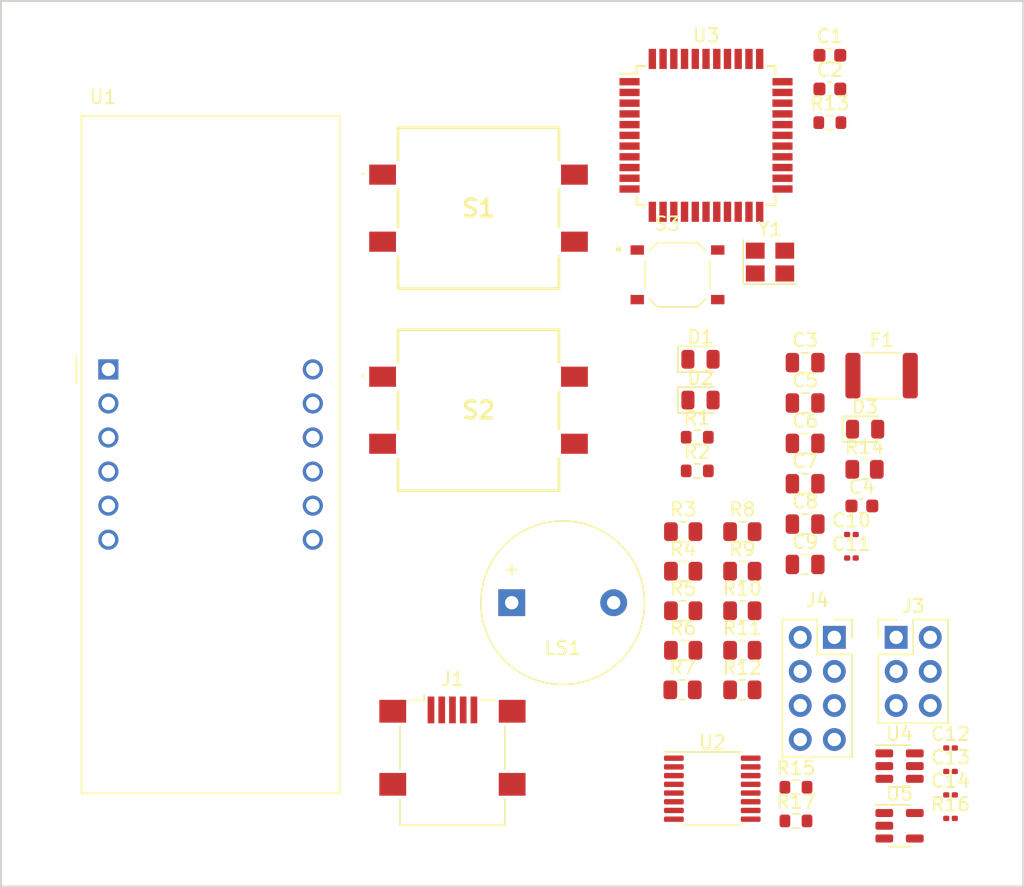
<source format=kicad_pcb>
(kicad_pcb (version 20221018) (generator pcbnew)
  (layers (0 "F.Cu" signal) (31 "B.Cu" signal) (34 "B.Paste" user) (35 "F.Paste" user) (36 "B.SilkS" user "B.Silkscreen") (37 "F.SilkS" user "F.Silkscreen") (38 "B.Mask" user) (39 "F.Mask" user) (44 "Edge.Cuts" user))
  (net 0 "")
  (net 1 "GND")
  (net 2 "Net-(D1-A)")
  (net 3 "Net-(D2-A)")
  (net 4 "+5V")
  (net 5 "Buzzer")
  (net 6 "Button_1")
  (net 7 "Button_2")
  (net 8 "RED_LED")
  (net 9 "GREEN_LED")
  (net 10 "a")
  (net 11 "Net-(U1-a)")
  (net 12 "b")
  (net 13 "Net-(U1-b)")
  (net 14 "c")
  (net 15 "Net-(U1-c)")
  (net 16 "d")
  (net 17 "Net-(U1-d)")
  (net 18 "e")
  (net 19 "Net-(U1-e)")
  (net 20 "f")
  (net 21 "Net-(U1-f)")
  (net 22 "g")
  (net 23 "Net-(U1-g)")
  (net 24 "dp")
  (net 25 "Net-(U1-DPX)")
  (net 30 "Dig4")
  (net 31 "Dig3")
  (net 32 "Dig2")
  (net 33 "Dig1")
  (net 35 "SH_CP")
  (net 36 "ST_CP")
  (net 37 "DS")
  (net 38 "XTAL2")
  (net 39 "XTAL1")
  (net 40 "RST")
  (net 41 "UCAP")
  (net 42 "AREF")
  (net 43 "Net-(U5-BP)")
  (net 44 "+3.3V")
  (net 47 "Net-(J1-D-)")
  (net 48 "Net-(J1-D+)")
  (net 49 "MISO")
  (net 50 "SCK")
  (net 51 "MOSI")
  (net 52 "TX")
  (net 54 "Net-(J4-Pin_5)")
  (net 56 "RX")
  (net 57 "USB_CONN_D+")
  (net 58 "USB_D-")
  (net 59 "USB_D+")
  (net 66 "Net-(D3-A)")
  (net 67 "Net-(J1-VBUS)")
  (footprint "Resistor_SMD:R_0603_1608Metric" (layer "F.Cu") (at 104.975 104.33)
    (fp_text reference "R17" (at 0 -1.43) (layer "F.SilkS"))
    (fp_text value "10k")
    (fp_line (start -0.237258 -0.5225) (end 0.237258 -0.5225) (stroke (width 0.12)) (layer "F.SilkS"))
    (fp_line (start -0.237258 0.5225) (end 0.237258 0.5225) (stroke (width 0.12)) (layer "F.SilkS"))
    (pad "1" smd roundrect (at -0.825 0) (size 0.8 0.95) (layers "F.Cu" "F.Paste" "F.Mask") (net 44 "+3.3V"))
    (pad "2" smd roundrect (at 0.825 0) (size 0.8 0.95) (layers "F.Cu" "F.Paste" "F.Mask") (net 54 "Net-(J4-Pin_5)"))
  )
  (footprint "LED_SMD:LED_0805_2012Metric" (layer "F.Cu") (at 110.1275 75.115)
    (fp_text reference "D3" (at 0 -1.65) (layer "F.SilkS"))
    (fp_text value "LED")
    (fp_line (start -1.685 -0.96) (end -1.685 0.96) (stroke (width 0.12)) (layer "F.SilkS"))
    (fp_line (start -1.685 0.96) (end 1 0.96) (stroke (width 0.12)) (layer "F.SilkS"))
    (fp_line (start 1 -0.96) (end -1.685 -0.96) (stroke (width 0.12)) (layer "F.SilkS"))
    (pad "1" smd roundrect (at -0.9375 0) (size 0.975 1.4) (layers "F.Cu" "F.Paste" "F.Mask") (net 1 "GND"))
    (pad "2" smd roundrect (at 0.9375 0) (size 0.975 1.4) (layers "F.Cu" "F.Paste" "F.Mask") (net 66 "Net-(D3-A)"))
  )
  (footprint "Capacitor_SMD:C_0805_2012Metric" (layer "F.Cu") (at 105.6575 70.15)
    (fp_text reference "C3" (at 0 -1.68) (layer "F.SilkS"))
    (fp_text value "0.1uF")
    (fp_line (start -0.261252 -0.735) (end 0.261252 -0.735) (stroke (width 0.12)) (layer "F.SilkS"))
    (fp_line (start -0.261252 0.735) (end 0.261252 0.735) (stroke (width 0.12)) (layer "F.SilkS"))
    (pad "1" smd roundrect (at -0.95 0) (size 1 1.45) (layers "F.Cu" "F.Paste" "F.Mask") (net 4 "+5V"))
    (pad "2" smd roundrect (at 0.95 0) (size 1 1.45) (layers "F.Cu" "F.Paste" "F.Mask") (net 1 "GND"))
  )
  (footprint "LED_SMD:LED_0805_2012Metric" (layer "F.Cu") (at 97.8575 72.94)
    (fp_text reference "D2" (at 0 -1.65) (layer "F.SilkS"))
    (fp_text value "LED")
    (fp_line (start -1.685 -0.96) (end -1.685 0.96) (stroke (width 0.12)) (layer "F.SilkS"))
    (fp_line (start -1.685 0.96) (end 1 0.96) (stroke (width 0.12)) (layer "F.SilkS"))
    (fp_line (start 1 -0.96) (end -1.685 -0.96) (stroke (width 0.12)) (layer "F.SilkS"))
    (pad "1" smd roundrect (at -0.9375 0) (size 0.975 1.4) (layers "F.Cu" "F.Paste" "F.Mask") (net 1 "GND"))
    (pad "2" smd roundrect (at 0.9375 0) (size 0.975 1.4) (layers "F.Cu" "F.Paste" "F.Mask") (net 3 "Net-(D2-A)"))
  )
  (footprint "Capacitor_SMD:C_0805_2012Metric" (layer "F.Cu") (at 105.6575 73.16)
    (fp_text reference "C5" (at 0 -1.68) (layer "F.SilkS"))
    (fp_text value "0.1uF")
    (fp_line (start -0.261252 -0.735) (end 0.261252 -0.735) (stroke (width 0.12)) (layer "F.SilkS"))
    (fp_line (start -0.261252 0.735) (end 0.261252 0.735) (stroke (width 0.12)) (layer "F.SilkS"))
    (pad "1" smd roundrect (at -0.95 0) (size 1 1.45) (layers "F.Cu" "F.Paste" "F.Mask") (net 4 "+5V"))
    (pad "2" smd roundrect (at 0.95 0) (size 1 1.45) (layers "F.Cu" "F.Paste" "F.Mask") (net 1 "GND"))
  )
  (footprint "Resistor_SMD:R_0805_2012Metric" (layer "F.Cu") (at 100.9775 88.655)
    (fp_text reference "R10" (at 0 -1.65) (layer "F.SilkS"))
    (fp_text value "100")
    (fp_line (start -0.227064 -0.735) (end 0.227064 -0.735) (stroke (width 0.12)) (layer "F.SilkS"))
    (fp_line (start -0.227064 0.735) (end 0.227064 0.735) (stroke (width 0.12)) (layer "F.SilkS"))
    (pad "1" smd roundrect (at -0.9125 0) (size 1.025 1.4) (layers "F.Cu" "F.Paste" "F.Mask") (roundrect_rratio 0.243902) (net 20 "f"))
    (pad "2" smd roundrect (at 0.9125 0) (size 1.025 1.4) (layers "F.Cu" "F.Paste" "F.Mask") (roundrect_rratio 0.243902) (net 21 "Net-(U1-f)"))
  )
  (footprint "Resistor_SMD:R_0603_1608Metric" (layer "F.Cu") (at 97.6175 75.715)
    (fp_text reference "R1" (at 0 -1.43) (layer "F.SilkS"))
    (fp_text value "10k")
    (fp_line (start -0.237258 -0.5225) (end 0.237258 -0.5225) (stroke (width 0.12)) (layer "F.SilkS"))
    (fp_line (start -0.237258 0.5225) (end 0.237258 0.5225) (stroke (width 0.12)) (layer "F.SilkS"))
    (pad "1" smd roundrect (at -0.825 0) (size 0.8 0.95) (layers "F.Cu" "F.Paste" "F.Mask") (net 6 "Button_1"))
    (pad "2" smd roundrect (at 0.825 0) (size 0.8 0.95) (layers "F.Cu" "F.Paste" "F.Mask") (net 1 "GND"))
  )
  (footprint "Resistor_SMD:R_0805_2012Metric" (layer "F.Cu") (at 96.5675 91.605)
    (fp_text reference "R6" (at 0 -1.65) (layer "F.SilkS"))
    (fp_text value "100")
    (fp_line (start -0.227064 -0.735) (end 0.227064 -0.735) (stroke (width 0.12)) (layer "F.SilkS"))
    (fp_line (start -0.227064 0.735) (end 0.227064 0.735) (stroke (width 0.12)) (layer "F.SilkS"))
    (pad "1" smd roundrect (at -0.9125 0) (size 1.025 1.4) (layers "F.Cu" "F.Paste" "F.Mask") (roundrect_rratio 0.243902) (net 12 "b"))
    (pad "2" smd roundrect (at 0.9125 0) (size 1.025 1.4) (layers "F.Cu" "F.Paste" "F.Mask") (roundrect_rratio 0.243902) (net 13 "Net-(U1-b)"))
  )
  (footprint "Connector_USB:USB_Mini-B_Lumberg_2486_01_Horizontal" (layer "F.Cu") (at 79.37 98.75)
    (fp_text reference "J1" (at 0 -5) (layer "F.SilkS"))
    (fp_text value "USB_B_Mini")
    (fp_line (start -3.91 1.74) (end -3.91 -1.49) (stroke (width 0.12)) (layer "F.SilkS"))
    (fp_line (start -3.91 5.91) (end -3.91 3.96) (stroke (width 0.12)) (layer "F.SilkS"))
    (fp_line (start -3.19 -3.41) (end -2.11 -3.41) (stroke (width 0.12)) (layer "F.SilkS"))
    (fp_line (start -2.11 -3.41) (end -2.11 -3.84) (stroke (width 0.12)) (layer "F.SilkS"))
    (fp_line (start 2.11 -3.41) (end 3.19 -3.41) (stroke (width 0.12)) (layer "F.SilkS"))
    (fp_line (start 3.91 1.74) (end 3.91 -1.49) (stroke (width 0.12)) (layer "F.SilkS"))
    (fp_line (start 3.91 5.91) (end -3.91 5.91) (stroke (width 0.12)) (layer "F.SilkS"))
    (fp_line (start 3.91 5.91) (end 3.91 3.96) (stroke (width 0.12)) (layer "F.SilkS"))
    (pad "" np_thru_hole circle (at -2.2 0) (size 1 1) (drill 1) (layers "*.Cu" "*.Mask"))
    (pad "" np_thru_hole circle (at 2.2 0) (size 1 1) (drill 1) (layers "*.Cu" "*.Mask"))
    (pad "1" smd rect (at -1.6 -2.7) (size 0.5 2) (layers "F.Cu" "F.Paste" "F.Mask") (net 67 "Net-(J1-VBUS)"))
    (pad "2" smd rect (at -0.8 -2.7) (size 0.5 2) (layers "F.Cu" "F.Paste" "F.Mask") (net 47 "Net-(J1-D-)"))
    (pad "3" smd rect (at 0 -2.7) (size 0.5 2) (layers "F.Cu" "F.Paste" "F.Mask") (net 48 "Net-(J1-D+)"))
    (pad "4" smd rect (at 0.8 -2.7) (size 0.5 2) (layers "F.Cu" "F.Paste" "F.Mask"))
    (pad "5" smd rect (at 1.6 -2.7) (size 0.5 2) (layers "F.Cu" "F.Paste" "F.Mask") (net 1 "GND"))
    (pad "6" smd rect (at -4.45 -2.6) (size 2 1.7) (layers "F.Cu" "F.Paste" "F.Mask"))
    (pad "6" smd rect (at -4.45 2.85) (size 2 1.7) (layers "F.Cu" "F.Paste" "F.Mask"))
    (pad "6" smd rect (at 4.45 -2.6) (size 2 1.7) (layers "F.Cu" "F.Paste" "F.Mask"))
    (pad "6" smd rect (at 4.45 2.85) (size 2 1.7) (layers "F.Cu" "F.Paste" "F.Mask"))
  )
  (footprint "Resistor_SMD:R_0805_2012Metric" (layer "F.Cu") (at 96.5675 82.755)
    (fp_text reference "R3" (at 0 -1.65) (layer "F.SilkS"))
    (fp_text value "330")
    (fp_line (start -0.227064 -0.735) (end 0.227064 -0.735) (stroke (width 0.12)) (layer "F.SilkS"))
    (fp_line (start -0.227064 0.735) (end 0.227064 0.735) (stroke (width 0.12)) (layer "F.SilkS"))
    (pad "1" smd roundrect (at -0.9125 0) (size 1.025 1.4) (layers "F.Cu" "F.Paste" "F.Mask") (roundrect_rratio 0.243902) (net 8 "RED_LED"))
    (pad "2" smd roundrect (at 0.9125 0) (size 1.025 1.4) (layers "F.Cu" "F.Paste" "F.Mask") (roundrect_rratio 0.243902) (net 2 "Net-(D1-A)"))
  )
  (footprint "Resistor_SMD:R_0805_2012Metric" (layer "F.Cu") (at 96.5675 88.655)
    (fp_text reference "R5" (at 0 -1.65) (layer "F.SilkS"))
    (fp_text value "100")
    (fp_line (start -0.227064 -0.735) (end 0.227064 -0.735) (stroke (width 0.12)) (layer "F.SilkS"))
    (fp_line (start -0.227064 0.735) (end 0.227064 0.735) (stroke (width 0.12)) (layer "F.SilkS"))
    (pad "1" smd roundrect (at -0.9125 0) (size 1.025 1.4) (layers "F.Cu" "F.Paste" "F.Mask") (roundrect_rratio 0.243902) (net 10 "a"))
    (pad "2" smd roundrect (at 0.9125 0) (size 1.025 1.4) (layers "F.Cu" "F.Paste" "F.Mask") (roundrect_rratio 0.243902) (net 11 "Net-(U1-a)"))
  )
  (footprint "Resistor_SMD:R_0805_2012Metric" (layer "F.Cu") (at 100.9775 82.755)
    (fp_text reference "R8" (at 0 -1.65) (layer "F.SilkS"))
    (fp_text value "100")
    (fp_line (start -0.227064 -0.735) (end 0.227064 -0.735) (stroke (width 0.12)) (layer "F.SilkS"))
    (fp_line (start -0.227064 0.735) (end 0.227064 0.735) (stroke (width 0.12)) (layer "F.SilkS"))
    (pad "1" smd roundrect (at -0.9125 0) (size 1.025 1.4) (layers "F.Cu" "F.Paste" "F.Mask") (roundrect_rratio 0.243902) (net 16 "d"))
    (pad "2" smd roundrect (at 0.9125 0) (size 1.025 1.4) (layers "F.Cu" "F.Paste" "F.Mask") (roundrect_rratio 0.243902) (net 17 "Net-(U1-d)"))
  )
  (footprint "Capacitor_SMD:C_0805_2012Metric" (layer "F.Cu") (at 105.6575 85.2)
    (fp_text reference "C9" (at 0 -1.68) (layer "F.SilkS"))
    (fp_text value "0.1uF")
    (fp_line (start -0.261252 -0.735) (end 0.261252 -0.735) (stroke (width 0.12)) (layer "F.SilkS"))
    (fp_line (start -0.261252 0.735) (end 0.261252 0.735) (stroke (width 0.12)) (layer "F.SilkS"))
    (pad "1" smd roundrect (at -0.95 0) (size 1 1.45) (layers "F.Cu" "F.Paste" "F.Mask") (net 4 "+5V"))
    (pad "2" smd roundrect (at 0.95 0) (size 1 1.45) (layers "F.Cu" "F.Paste" "F.Mask") (net 1 "GND"))
  )
  (footprint "Resistor_SMD:R_0603_1608Metric" (layer "F.Cu") (at 97.6175 78.225)
    (fp_text reference "R2" (at 0 -1.43) (layer "F.SilkS"))
    (fp_text value "10k")
    (fp_line (start -0.237258 -0.5225) (end 0.237258 -0.5225) (stroke (width 0.12)) (layer "F.SilkS"))
    (fp_line (start -0.237258 0.5225) (end 0.237258 0.5225) (stroke (width 0.12)) (layer "F.SilkS"))
    (pad "1" smd roundrect (at -0.825 0) (size 0.8 0.95) (layers "F.Cu" "F.Paste" "F.Mask") (net 7 "Button_2"))
    (pad "2" smd roundrect (at 0.825 0) (size 0.8 0.95) (layers "F.Cu" "F.Paste" "F.Mask") (net 1 "GND"))
  )
  (footprint "Display_7Segment:CA56-12EWA" (layer "F.Cu") (at 53.7225 70.655)
    (fp_text reference "U1" (at -0.4 -20.31) (layer "F.SilkS"))
    (fp_text value "CA56-12EWA")
    (fp_line (start -2.38 -1) (end -2.38 1) (stroke (width 0.12)) (layer "F.SilkS"))
    (fp_line (start -2 -18.92) (end -2 31.62) (stroke (width 0.12)) (layer "F.SilkS"))
    (fp_line (start -2 -18.92) (end 17.24 -18.92) (stroke (width 0.12)) (layer "F.SilkS"))
    (fp_line (start -2 31.62) (end 17.24 31.62) (stroke (width 0.12)) (layer "F.SilkS"))
    (fp_line (start 17.24 31.62) (end 17.24 -18.92) (stroke (width 0.12)) (layer "F.SilkS"))
    (pad "1" thru_hole rect (at 0 0) (size 1.5 1.5) (drill 1) (layers "*.Cu" "*.Mask") (net 19 "Net-(U1-e)"))
    (pad "2" thru_hole circle (at 0 2.54) (size 1.5 1.5) (drill 1) (layers "*.Cu" "*.Mask") (net 17 "Net-(U1-d)"))
    (pad "3" thru_hole circle (at 0 5.08) (size 1.5 1.5) (drill 1) (layers "*.Cu" "*.Mask") (net 25 "Net-(U1-DPX)"))
    (pad "4" thru_hole circle (at 0 7.62) (size 1.5 1.5) (drill 1) (layers "*.Cu" "*.Mask") (net 15 "Net-(U1-c)"))
    (pad "5" thru_hole circle (at 0 10.16) (size 1.5 1.5) (drill 1) (layers "*.Cu" "*.Mask") (net 23 "Net-(U1-g)"))
    (pad "6" thru_hole circle (at 0 12.7) (size 1.5 1.5) (drill 1) (layers "*.Cu" "*.Mask") (net 30 "Dig4"))
    (pad "7" thru_hole circle (at 15.24 12.7) (size 1.5 1.5) (drill 1) (layers "*.Cu" "*.Mask") (net 13 "Net-(U1-b)"))
    (pad "8" thru_hole circle (at 15.24 10.16) (size 1.5 1.5) (drill 1) (layers "*.Cu" "*.Mask") (net 31 "Dig3"))
    (pad "9" thru_hole circle (at 15.24 7.62) (size 1.5 1.5) (drill 1) (layers "*.Cu" "*.Mask") (net 32 "Dig2"))
    (pad "10" thru_hole circle (at 15.24 5.08) (size 1.5 1.5) (drill 1) (layers "*.Cu" "*.Mask") (net 21 "Net-(U1-f)"))
    (pad "11" thru_hole circle (at 15.24 2.54) (size 1.5 1.5) (drill 1) (layers "*.Cu" "*.Mask") (net 11 "Net-(U1-a)"))
    (pad "12" thru_hole circle (at 15.24 0) (size 1.5 1.5) (drill 1) (layers "*.Cu" "*.Mask") (net 33 "Dig1"))
  )
  (footprint "Package_SO:TSSOP-16_4.4x5mm_P0.65mm" (layer "F.Cu") (at 98.7375 101.925)
    (fp_text reference "U2" (at 0 -3.45) (layer "F.SilkS"))
    (fp_text value "74HC595")
    (fp_line (start 0 -2.735) (end -3.6 -2.735) (stroke (width 0.12)) (layer "F.SilkS"))
    (fp_line (start 0 -2.735) (end 2.2 -2.735) (stroke (width 0.12)) (layer "F.SilkS"))
    (fp_line (start 0 2.735) (end -2.2 2.735) (stroke (width 0.12)) (layer "F.SilkS"))
    (fp_line (start 0 2.735) (end 2.2 2.735) (stroke (width 0.12)) (layer "F.SilkS"))
    (pad "1" smd roundrect (at -2.8625 -2.275) (size 1.475 0.4) (layers "F.Cu" "F.Paste" "F.Mask") (net 12 "b"))
    (pad "2" smd roundrect (at -2.8625 -1.625) (size 1.475 0.4) (layers "F.Cu" "F.Paste" "F.Mask") (net 14 "c"))
    (pad "3" smd roundrect (at -2.8625 -0.975) (size 1.475 0.4) (layers "F.Cu" "F.Paste" "F.Mask") (net 16 "d"))
    (pad "4" smd roundrect (at -2.8625 -0.325) (size 1.475 0.4) (layers "F.Cu" "F.Paste" "F.Mask") (net 18 "e"))
    (pad "5" smd roundrect (at -2.8625 0.325) (size 1.475 0.4) (layers "F.Cu" "F.Paste" "F.Mask") (net 20 "f"))
    (pad "6" smd roundrect (at -2.8625 0.975) (size 1.475 0.4) (layers "F.Cu" "F.Paste" "F.Mask") (net 22 "g"))
    (pad "7" smd roundrect (at -2.8625 1.625) (size 1.475 0.4) (layers "F.Cu" "F.Paste" "F.Mask") (net 24 "dp"))
    (pad "8" smd roundrect (at -2.8625 2.275) (size 1.475 0.4) (layers "F.Cu" "F.Paste" "F.Mask") (net 1 "GND"))
    (pad "9" smd roundrect (at 2.8625 2.275) (size 1.475 0.4) (layers "F.Cu" "F.Paste" "F.Mask"))
    (pad "10" smd roundrect (at 2.8625 1.625) (size 1.475 0.4) (layers "F.Cu" "F.Paste" "F.Mask") (net 4 "+5V"))
    (pad "11" smd roundrect (at 2.8625 0.975) (size 1.475 0.4) (layers "F.Cu" "F.Paste" "F.Mask") (net 35 "SH_CP"))
    (pad "12" smd roundrect (at 2.8625 0.325) (size 1.475 0.4) (layers "F.Cu" "F.Paste" "F.Mask") (net 36 "ST_CP"))
    (pad "13" smd roundrect (at 2.8625 -0.325) (size 1.475 0.4) (layers "F.Cu" "F.Paste" "F.Mask") (net 1 "GND"))
    (pad "14" smd roundrect (at 2.8625 -0.975) (size 1.475 0.4) (layers "F.Cu" "F.Paste" "F.Mask") (net 37 "DS"))
    (pad "15" smd roundrect (at 2.8625 -1.625) (size 1.475 0.4) (layers "F.Cu" "F.Paste" "F.Mask") (net 10 "a"))
    (pad "16" smd roundrect (at 2.8625 -2.275) (size 1.475 0.4) (layers "F.Cu" "F.Paste" "F.Mask") (net 4 "+5V"))
  )
  (footprint "Capacitor_SMD:C_0201_0603Metric" (layer "F.Cu") (at 109.1075 84.72)
    (fp_text reference "C11" (at 0 -1.05) (layer "F.SilkS"))
    (fp_text value "0.1uF")
    (pad "1" smd roundrect (at -0.32 0) (size 0.46 0.4) (layers "F.Cu" "F.Mask") (net 42 "AREF"))
    (pad "2" smd roundrect (at 0.32 0) (size 0.46 0.4) (layers "F.Cu" "F.Mask") (net 1 "GND"))
  )
  (footprint "Resistor_SMD:R_0805_2012Metric" (layer "F.Cu") (at 110.0875 78.11)
    (fp_text reference "R14" (at 0 -1.65) (layer "F.SilkS"))
    (fp_text value "1k")
    (fp_line (start -0.227064 -0.735) (end 0.227064 -0.735) (stroke (width 0.12)) (layer "F.SilkS"))
    (fp_line (start -0.227064 0.735) (end 0.227064 0.735) (stroke (width 0.12)) (layer "F.SilkS"))
    (pad "1" smd roundrect (at -0.9125 0) (size 1.025 1.4) (layers "F.Cu" "F.Paste" "F.Mask") (roundrect_rratio 0.243902) (net 4 "+5V"))
    (pad "2" smd roundrect (at 0.9125 0) (size 1.025 1.4) (layers "F.Cu" "F.Paste" "F.Mask") (roundrect_rratio 0.243902) (net 66 "Net-(D3-A)"))
  )
  (footprint "Capacitor_SMD:C_0805_2012Metric" (layer "F.Cu") (at 105.6575 76.17)
    (fp_text reference "C6" (at 0 -1.68) (layer "F.SilkS"))
    (fp_text value "0.1uF")
    (fp_line (start -0.261252 -0.735) (end 0.261252 -0.735) (stroke (width 0.12)) (layer "F.SilkS"))
    (fp_line (start -0.261252 0.735) (end 0.261252 0.735) (stroke (width 0.12)) (layer "F.SilkS"))
    (pad "1" smd roundrect (at -0.95 0) (size 1 1.45) (layers "F.Cu" "F.Paste" "F.Mask") (net 4 "+5V"))
    (pad "2" smd roundrect (at 0.95 0) (size 1 1.45) (layers "F.Cu" "F.Paste" "F.Mask") (net 1 "GND"))
  )
  (footprint "Capacitor_SMD:C_0603_1608Metric" (layer "F.Cu") (at 107.5 47.23)
    (fp_text reference "C1" (at 0 -1.43) (layer "F.SilkS"))
    (fp_text value "22pF")
    (fp_line (start -0.14058 -0.51) (end 0.14058 -0.51) (stroke (width 0.12)) (layer "F.SilkS"))
    (fp_line (start -0.14058 0.51) (end 0.14058 0.51) (stroke (width 0.12)) (layer "F.SilkS"))
    (pad "1" smd roundrect (at -0.775 0) (size 0.9 0.95) (layers "F.Cu" "F.Paste" "F.Mask") (net 38 "XTAL2"))
    (pad "2" smd roundrect (at 0.775 0) (size 0.9 0.95) (layers "F.Cu" "F.Paste" "F.Mask") (net 1 "GND"))
  )
  (footprint "Resistor_SMD:R_0805_2012Metric" (layer "F.Cu") (at 100.9775 85.705)
    (fp_text reference "R9" (at 0 -1.65) (layer "F.SilkS"))
    (fp_text value "100")
    (fp_line (start -0.227064 -0.735) (end 0.227064 -0.735) (stroke (width 0.12)) (layer "F.SilkS"))
    (fp_line (start -0.227064 0.735) (end 0.227064 0.735) (stroke (width 0.12)) (layer "F.SilkS"))
    (pad "1" smd roundrect (at -0.9125 0) (size 1.025 1.4) (layers "F.Cu" "F.Paste" "F.Mask") (roundrect_rratio 0.243902) (net 18 "e"))
    (pad "2" smd roundrect (at 0.9125 0) (size 1.025 1.4) (layers "F.Cu" "F.Paste" "F.Mask") (roundrect_rratio 0.243902) (net 19 "Net-(U1-e)"))
  )
  (footprint "Capacitor_SMD:C_0805_2012Metric" (layer "F.Cu") (at 105.6575 82.19)
    (fp_text reference "C8" (at 0 -1.68) (layer "F.SilkS"))
    (fp_text value "0.1uF")
    (fp_line (start -0.261252 -0.735) (end 0.261252 -0.735) (stroke (width 0.12)) (layer "F.SilkS"))
    (fp_line (start -0.261252 0.735) (end 0.261252 0.735) (stroke (width 0.12)) (layer "F.SilkS"))
    (pad "1" smd roundrect (at -0.95 0) (size 1 1.45) (layers "F.Cu" "F.Paste" "F.Mask") (net 4 "+5V"))
    (pad "2" smd roundrect (at 0.95 0) (size 1 1.45) (layers "F.Cu" "F.Paste" "F.Mask") (net 1 "GND"))
  )
  (footprint "Resistor_SMD:R_0805_2012Metric" (layer "F.Cu") (at 100.9775 91.605)
    (fp_text reference "R11" (at 0 -1.65) (layer "F.SilkS"))
    (fp_text value "100")
    (fp_line (start -0.227064 -0.735) (end 0.227064 -0.735) (stroke (width 0.12)) (layer "F.SilkS"))
    (fp_line (start -0.227064 0.735) (end 0.227064 0.735) (stroke (width 0.12)) (layer "F.SilkS"))
    (pad "1" smd roundrect (at -0.9125 0) (size 1.025 1.4) (layers "F.Cu" "F.Paste" "F.Mask") (roundrect_rratio 0.243902) (net 22 "g"))
    (pad "2" smd roundrect (at 0.9125 0) (size 1.025 1.4) (layers "F.Cu" "F.Paste" "F.Mask") (roundrect_rratio 0.243902) (net 23 "Net-(U1-g)"))
  )
  (footprint "Package_TO_SOT_SMD:SOT-23-5" (layer "F.Cu") (at 112.695 104.69)
    (fp_text reference "U5" (at 0 -2.4) (layer "F.SilkS"))
    (fp_text value "LP2985-3.3")
    (fp_line (start 0 -1.56) (end -1.8 -1.56) (stroke (width 0.12)) (layer "F.SilkS"))
    (fp_line (start 0 -1.56) (end 0.8 -1.56) (stroke (width 0.12)) (layer "F.SilkS"))
    (fp_line (start 0 1.56) (end -0.8 1.56) (stroke (width 0.12)) (layer "F.SilkS"))
    (fp_line (start 0 1.56) (end 0.8 1.56) (stroke (width 0.12)) (layer "F.SilkS"))
    (pad "1" smd roundrect (at -1.1375 -0.95) (size 1.325 0.6) (layers "F.Cu" "F.Paste" "F.Mask") (net 4 "+5V"))
    (pad "2" smd roundrect (at -1.1375 0) (size 1.325 0.6) (layers "F.Cu" "F.Paste" "F.Mask") (net 1 "GND"))
    (pad "3" smd roundrect (at -1.1375 0.95) (size 1.325 0.6) (layers "F.Cu" "F.Paste" "F.Mask") (net 4 "+5V"))
    (pad "4" smd roundrect (at 1.1375 0.95) (size 1.325 0.6) (layers "F.Cu" "F.Paste" "F.Mask") (net 43 "Net-(U5-BP)"))
    (pad "5" smd roundrect (at 1.1375 -0.95) (size 1.325 0.6) (layers "F.Cu" "F.Paste" "F.Mask") (net 44 "+3.3V"))
  )
  (footprint "Connector_PinSocket_2.54mm:PinSocket_2x04_P2.54mm_Vertical" (layer "F.Cu") (at 107.835 90.64)
    (fp_text reference "J4" (at -1.27 -2.77) (layer "F.SilkS"))
    (fp_text value "ESP_Conn")
    (fp_line (start -3.87 -1.33) (end -3.87 8.95) (stroke (width 0.12)) (layer "F.SilkS"))
    (fp_line (start -3.87 -1.33) (end -1.27 -1.33) (stroke (width 0.12)) (layer "F.SilkS"))
    (fp_line (start -3.87 8.95) (end 1.33 8.95) (stroke (width 0.12)) (layer "F.SilkS"))
    (fp_line (start -1.27 -1.33) (end -1.27 1.27) (stroke (width 0.12)) (layer "F.SilkS"))
    (fp_line (start -1.27 1.27) (end 1.33 1.27) (stroke (width 0.12)) (layer "F.SilkS"))
    (fp_line (start 0 -1.33) (end 1.33 -1.33) (stroke (width 0.12)) (layer "F.SilkS"))
    (fp_line (start 1.33 -1.33) (end 1.33 0) (stroke (width 0.12)) (layer "F.SilkS"))
    (fp_line (start 1.33 1.27) (end 1.33 8.95) (stroke (width 0.12)) (layer "F.SilkS"))
    (pad "1" thru_hole rect (at 0 0) (size 1.7 1.7) (drill 1) (layers "*.Cu" "*.Mask") (net 1 "GND"))
    (pad "2" thru_hole oval (at -2.54 0) (size 1.7 1.7) (drill 1) (layers "*.Cu" "*.Mask") (net 52 "TX"))
    (pad "3" thru_hole oval (at 0 2.54) (size 1.7 1.7) (drill 1) (layers "*.Cu" "*.Mask"))
    (pad "4" thru_hole oval (at -2.54 2.54) (size 1.7 1.7) (drill 1) (layers "*.Cu" "*.Mask") (net 44 "+3.3V"))
    (pad "5" thru_hole oval (at 0 5.08) (size 1.7 1.7) (drill 1) (layers "*.Cu" "*.Mask") (net 54 "Net-(J4-Pin_5)"))
    (pad "6" thru_hole oval (at -2.54 5.08) (size 1.7 1.7) (drill 1) (layers "*.Cu" "*.Mask") (net 44 "+3.3V"))
    (pad "7" thru_hole oval (at 0 7.62) (size 1.7 1.7) (drill 1) (layers "*.Cu" "*.Mask") (net 56 "RX"))
    (pad "8" thru_hole oval (at -2.54 7.62) (size 1.7 1.7) (drill 1) (layers "*.Cu" "*.Mask") (net 44 "+3.3V"))
  )
  (footprint "Resistor_SMD:R_0805_2012Metric" (layer "F.Cu") (at 96.5675 85.705)
    (fp_text reference "R4" (at 0 -1.65) (layer "F.SilkS"))
    (fp_text value "330")
    (fp_line (start -0.227064 -0.735) (end 0.227064 -0.735) (stroke (width 0.12)) (layer "F.SilkS"))
    (fp_line (start -0.227064 0.735) (end 0.227064 0.735) (stroke (width 0.12)) (layer "F.SilkS"))
    (pad "1" smd roundrect (at -0.9125 0) (size 1.025 1.4) (layers "F.Cu" "F.Paste" "F.Mask") (roundrect_rratio 0.243902) (net 9 "GREEN_LED"))
    (pad "2" smd roundrect (at 0.9125 0) (size 1.025 1.4) (layers "F.Cu" "F.Paste" "F.Mask") (roundrect_rratio 0.243902) (net 3 "Net-(D2-A)"))
  )
  (footprint "Capacitor_SMD:C_0805_2012Metric" (layer "F.Cu") (at 105.6575 79.18)
    (fp_text reference "C7" (at 0 -1.68) (layer "F.SilkS"))
    (fp_text value "0.1uF")
    (fp_line (start -0.261252 -0.735) (end 0.261252 -0.735) (stroke (width 0.12)) (layer "F.SilkS"))
    (fp_line (start -0.261252 0.735) (end 0.261252 0.735) (stroke (width 0.12)) (layer "F.SilkS"))
    (pad "1" smd roundrect (at -0.95 0) (size 1 1.45) (layers "F.Cu" "F.Paste" "F.Mask") (net 4 "+5V"))
    (pad "2" smd roundrect (at 0.95 0) (size 1 1.45) (layers "F.Cu" "F.Paste" "F.Mask") (net 1 "GND"))
  )
  (footprint "PTS125_SMD_Button:PTS125_SMD_Button" (layer "F.Cu") (at 81.3125 73.7)
    (fp_text reference "S2" (at 0 0) (layer "F.SilkS") (effects (font (size 1.27 1.27) (thickness 0.254))))
    (fp_text value "PTS125SM43SMTR21M_LFS" hide)
    (fp_line (start -8.6 -2.6) (end -8.6 -2.6) (stroke (width 0.1)) (layer "F.SilkS"))
    (fp_line (start -8.6 -2.5) (end -8.6 -2.5) (stroke (width 0.1)) (layer "F.SilkS"))
    (fp_line (start -6 -6) (end 6 -6) (stroke (width 0.2)) (layer "F.SilkS"))
    (fp_line (start -6 -3.6) (end -6 -6) (stroke (width 0.2)) (layer "F.SilkS"))
    (fp_line (start -6 -3.6) (end -6 -3.6) (stroke (width 0.2)) (layer "F.SilkS"))
    (fp_line (start -6 -1.4) (end -6 1.4) (stroke (width 0.2)) (layer "F.SilkS"))
    (fp_line (start -6 3.6) (end -6 6) (stroke (width 0.2)) (layer "F.SilkS"))
    (fp_line (start -6 6) (end 6 6) (stroke (width 0.2)) (layer "F.SilkS"))
    (fp_line (start 6 -6) (end 6 -3.6) (stroke (width 0.2)) (layer "F.SilkS"))
    (fp_line (start 6 -1.4) (end 6 1.4) (stroke (width 0.2)) (layer "F.SilkS"))
    (fp_line (start 6 6) (end 6 3.6) (stroke (width 0.2)) (layer "F.SilkS"))
    (fp_arc (start -8.6 -2.6) (mid -8.55 -2.55) (end -8.6 -2.5) (stroke (width 0.1)) (layer "F.SilkS"))
    (fp_arc (start -8.6 -2.5) (mid -8.65 -2.55) (end -8.6 -2.6) (stroke (width 0.1)) (layer "F.SilkS"))
    (pad "A1" smd rect (at -7.15 -2.5 90) (size 1.5 2) (layers "F.Cu" "F.Paste" "F.Mask"))
    (pad "B1" smd rect (at 7.15 -2.5 90) (size 1.5 2) (layers "F.Cu" "F.Paste" "F.Mask"))
    (pad "C1" smd rect (at -7.15 2.5 90) (size 1.5 2) (layers "F.Cu" "F.Paste" "F.Mask") (net 4 "+5V"))
    (pad "D1" smd rect (at 7.15 2.5 90) (size 1.5 2) (layers "F.Cu" "F.Paste" "F.Mask") (net 7 "Button_2"))
  )
  (footprint "Capacitor_SMD:C_0201_0603Metric" (layer "F.Cu") (at 109.1075 82.97)
    (fp_text reference "C10" (at 0 -1.05) (layer "F.SilkS"))
    (fp_text value "1uF")
    (pad "1" smd roundrect (at -0.32 0) (size 0.46 0.4) (layers "F.Cu" "F.Mask") (net 41 "UCAP"))
    (pad "2" smd roundrect (at 0.32 0) (size 0.46 0.4) (layers "F.Cu" "F.Mask") (net 1 "GND"))
  )
  (footprint "Capacitor_SMD:C_0201_0603Metric" (layer "F.Cu") (at 116.495 98.89)
    (fp_text reference "C12" (at 0 -1.05) (layer "F.SilkS"))
    (fp_text value "1uF")
    (pad "1" smd roundrect (at -0.32 0) (size 0.46 0.4) (layers "F.Cu" "F.Mask") (net 4 "+5V"))
    (pad "2" smd roundrect (at 0.32 0) (size 0.46 0.4) (layers "F.Cu" "F.Mask") (net 1 "GND"))
  )
  (footprint "Capacitor_SMD:C_0603_1608Metric" (layer "F.Cu") (at 109.8875 80.84)
    (fp_text reference "C4" (at 0 -1.43) (layer "F.SilkS"))
    (fp_text value "10uF")
    (fp_line (start -0.14058 -0.51) (end 0.14058 -0.51) (stroke (width 0.12)) (layer "F.SilkS"))
    (fp_line (start -0.14058 0.51) (end 0.14058 0.51) (stroke (width 0.12)) (layer "F.SilkS"))
    (pad "1" smd roundrect (at -0.775 0) (size 0.9 0.95) (layers "F.Cu" "F.Paste" "F.Mask") (net 4 "+5V"))
    (pad "2" smd roundrect (at 0.775 0) (size 0.9 0.95) (layers "F.Cu" "F.Paste" "F.Mask") (net 1 "GND"))
  )
  (footprint "Resistor_SMD:R_0805_2012Metric" (layer "F.Cu") (at 100.9775 94.555)
    (fp_text reference "R12" (at 0 -1.65) (layer "F.SilkS"))
    (fp_text value "100")
    (fp_line (start -0.227064 -0.735) (end 0.227064 -0.735) (stroke (width 0.12)) (layer "F.SilkS"))
    (fp_line (start -0.227064 0.735) (end 0.227064 0.735) (stroke (width 0.12)) (layer "F.SilkS"))
    (pad "1" smd roundrect (at -0.9125 0) (size 1.025 1.4) (layers "F.Cu" "F.Paste" "F.Mask") (roundrect_rratio 0.243902) (net 24 "dp"))
    (pad "2" smd roundrect (at 0.9125 0) (size 1.025 1.4) (layers "F.Cu" "F.Paste" "F.Mask") (roundrect_rratio 0.243902) (net 25 "Net-(U1-DPX)"))
  )
  (footprint "Crystal:Crystal_SMD_Abracon_ABM8G-4Pin_3.2x2.5mm" (layer "F.Cu") (at 103.04 62.65)
    (fp_text reference "Y1" (at 0 -2.45) (layer "F.SilkS"))
    (fp_text value "16MHz")
    (fp_line (start -2 -1.65) (end -2 1.65) (stroke (width 0.12)) (layer "F.SilkS"))
    (fp_line (start -2 1.65) (end 2 1.65) (stroke (width 0.12)) (layer "F.SilkS"))
    (pad "1" smd rect (at -1.1 0.85) (size 1.4 1.2) (layers "F.Cu" "F.Paste" "F.Mask") (net 39 "XTAL1"))
    (pad "2" smd rect (at 1.1 0.85) (size 1.4 1.2) (layers "F.Cu" "F.Paste" "F.Mask") (net 1 "GND"))
    (pad "3" smd rect (at 1.1 -0.85) (size 1.4 1.2) (layers "F.Cu" "F.Paste" "F.Mask") (net 38 "XTAL2"))
    (pad "4" smd rect (at -1.1 -0.85) (size 1.4 1.2) (layers "F.Cu" "F.Paste" "F.Mask") (net 1 "GND"))
  )
  (footprint "LED_SMD:LED_0805_2012Metric" (layer "F.Cu") (at 97.8575 69.9)
    (fp_text reference "D1" (at 0 -1.65) (layer "F.SilkS"))
    (fp_text value "LED")
    (fp_line (start -1.685 -0.96) (end -1.685 0.96) (stroke (width 0.12)) (layer "F.SilkS"))
    (fp_line (start -1.685 0.96) (end 1 0.96) (stroke (width 0.12)) (layer "F.SilkS"))
    (fp_line (start 1 -0.96) (end -1.685 -0.96) (stroke (width 0.12)) (layer "F.SilkS"))
    (pad "1" smd roundrect (at -0.9375 0) (size 0.975 1.4) (layers "F.Cu" "F.Paste" "F.Mask") (net 1 "GND"))
    (pad "2" smd roundrect (at 0.9375 0) (size 0.975 1.4) (layers "F.Cu" "F.Paste" "F.Mask") (net 2 "Net-(D1-A)"))
  )
  (footprint "Resistor_SMD:R_0201_0603Metric" (layer "F.Cu") (at 116.495 104.14)
    (fp_text reference "R16" (at 0 -1.05) (layer "F.SilkS"))
    (fp_text value "22")
    (pad "1" smd roundrect (at -0.32 0) (size 0.46 0.4) (layers "F.Cu" "F.Mask") (net 47 "Net-(J1-D-)"))
    (pad "2" smd roundrect (at 0.32 0) (size 0.46 0.4) (layers "F.Cu" "F.Mask") (net 57 "USB_CONN_D+"))
  )
  (footprint "Package_TO_SOT_SMD:SOT-23-6" (layer "F.Cu") (at 112.695 100.24)
    (fp_text reference "U4" (at 0 -2.4) (layer "F.SilkS"))
    (fp_text value "USBLC6-2SC6")
    (fp_line (start 0 -1.56) (end -1.8 -1.56) (stroke (width 0.12)) (layer "F.SilkS"))
    (fp_line (start 0 -1.56) (end 0.8 -1.56) (stroke (width 0.12)) (layer "F.SilkS"))
    (fp_line (start 0 1.56) (end -0.8 1.56) (stroke (width 0.12)) (layer "F.SilkS"))
    (fp_line (start 0 1.56) (end 0.8 1.56) (stroke (width 0.12)) (layer "F.SilkS"))
    (pad "1" smd roundrect (at -1.1375 -0.95) (size 1.325 0.6) (layers "F.Cu" "F.Paste" "F.Mask") (net 57 "USB_CONN_D+"))
    (pad "2" smd roundrect (at -1.1375 0) (size 1.325 0.6) (layers "F.Cu" "F.Paste" "F.Mask") (net 1 "GND"))
    (pad "3" smd roundrect (at -1.1375 0.95) (size 1.325 0.6) (layers "F.Cu" "F.Paste" "F.Mask") (net 57 "USB_CONN_D+"))
    (pad "4" smd roundrect (at 1.1375 0.95) (size 1.325 0.6) (layers "F.Cu" "F.Paste" "F.Mask") (net 59 "USB_D+"))
    (pad "5" smd roundrect (at 1.1375 0) (size 1.325 0.6) (layers "F.Cu" "F.Paste" "F.Mask") (net 4 "+5V"))
    (pad "6" smd roundrect (at 1.1375 -0.95) (size 1.325 0.6) (layers "F.Cu" "F.Paste" "F.Mask") (net 58 "USB_D-"))
  )
  (footprint "Buzzer_Beeper:Buzzer_12x9.5RM7.6" (layer "F.Cu") (at 83.7875 88.055)
    (fp_text reference "LS1" (at 3.8 3.385) (layer "F.SilkS"))
    (fp_text value "Speaker")
    (fp_text user "+" (at -0.01 -2.54) (layer "F.SilkS"))
    (fp_circle (center 3.8 0) (end 9.9 0) (stroke (width 0.12)) (fill none) (layer "F.SilkS"))
    (pad "1" thru_hole rect (at 0 0) (size 2 2) (drill 1) (layers "*.Cu" "*.Mask") (net 5 "Buzzer"))
    (pad "2" thru_hole circle (at 7.6 0) (size 2 2) (drill 1) (layers "*.Cu" "*.Mask") (net 1 "GND"))
  )
  (footprint "Capacitor_SMD:C_0603_1608Metric" (layer "F.Cu") (at 107.5 49.74)
    (fp_text reference "C2" (at 0 -1.43) (layer "F.SilkS"))
    (fp_text value "22pF")
    (fp_line (start -0.14058 -0.51) (end 0.14058 -0.51) (stroke (width 0.12)) (layer "F.SilkS"))
    (fp_line (start -0.14058 0.51) (end 0.14058 0.51) (stroke (width 0.12)) (layer "F.SilkS"))
    (pad "1" smd roundrect (at -0.775 0) (size 0.9 0.95) (layers "F.Cu" "F.Paste" "F.Mask") (net 39 "XTAL1"))
    (pad "2" smd roundrect (at 0.775 0) (size 0.9 0.95) (layers "F.Cu" "F.Paste" "F.Mask") (net 1 "GND"))
  )
  (footprint "Resistor_SMD:R_0603_1608Metric" (layer "F.Cu") (at 104.975 101.82)
    (fp_text reference "R15" (at 0 -1.43) (layer "F.SilkS"))
    (fp_text value "22")
    (fp_line (start -0.237258 -0.5225) (end 0.237258 -0.5225) (stroke (width 0.12)) (layer "F.SilkS"))
    (fp_line (start -0.237258 0.5225) (end 0.237258 0.5225) (stroke (width 0.12)) (layer "F.SilkS"))
    (pad "1" smd roundrect (at -0.825 0) (size 0.8 0.95) (layers "F.Cu" "F.Paste" "F.Mask") (net 48 "Net-(J1-D+)"))
    (pad "2" smd roundrect (at 0.825 0) (size 0.8 0.95) (layers "F.Cu" "F.Paste" "F.Mask") (net 57 "USB_CONN_D+"))
  )
  (footprint "Fuse:Fuse_1812_4532Metric" (layer "F.Cu") (at 111.3575 71.12)
    (fp_text reference "F1" (at 0 -2.65) (layer "F.SilkS"))
    (fp_text value "PTCSMD")
    (fp_line (start -1.386252 -1.71) (end 1.386252 -1.71) (stroke (width 0.12)) (layer "F.SilkS"))
    (fp_line (start -1.386252 1.71) (end 1.386252 1.71) (stroke (width 0.12)) (layer "F.SilkS"))
    (pad "1" smd roundrect (at -2.1375 0) (size 1.125 3.4) (layers "F.Cu" "F.Paste" "F.Mask") (roundrect_rratio 0.222222) (net 67 "Net-(J1-VBUS)"))
    (pad "2" smd roundrect (at 2.1375 0) (size 1.125 3.4) (layers "F.Cu" "F.Paste" "F.Mask") (roundrect_rratio 0.222222) (net 4 "+5V"))
  )
  (footprint "Capacitor_SMD:C_0201_0603Metric" (layer "F.Cu") (at 116.495 100.64)
    (fp_text reference "C13" (at 0 -1.05) (layer "F.SilkS"))
    (fp_text value "10nF")
    (pad "1" smd roundrect (at -0.32 0) (size 0.46 0.4) (layers "F.Cu" "F.Mask") (net 43 "Net-(U5-BP)"))
    (pad "2" smd roundrect (at 0.32 0) (size 0.46 0.4) (layers "F.Cu" "F.Mask") (net 1 "GND"))
  )
  (footprint "Connector_PinHeader_2.54mm:PinHeader_2x03_P2.54mm_Vertical" (layer "F.Cu") (at 112.445 90.64)
    (fp_text reference "J3" (at 1.27 -2.33) (layer "F.SilkS"))
    (fp_text value "AVR-ISP-6")
    (fp_line (start -1.33 -1.33) (end 0 -1.33) (stroke (width 0.12)) (layer "F.SilkS"))
    (fp_line (start -1.33 0) (end -1.33 -1.33) (stroke (width 0.12)) (layer "F.SilkS"))
    (fp_line (start -1.33 1.27) (end -1.33 6.41) (stroke (width 0.12)) (layer "F.SilkS"))
    (fp_line (start -1.33 1.27) (end 1.27 1.27) (stroke (width 0.12)) (layer "F.SilkS"))
    (fp_line (start -1.33 6.41) (end 3.87 6.41) (stroke (width 0.12)) (layer "F.SilkS"))
    (fp_line (start 1.27 -1.33) (end 3.87 -1.33) (stroke (width 0.12)) (layer "F.SilkS"))
    (fp_line (start 1.27 1.27) (end 1.27 -1.33) (stroke (width 0.12)) (layer "F.SilkS"))
    (fp_line (start 3.87 -1.33) (end 3.87 6.41) (stroke (width 0.12)) (layer "F.SilkS"))
    (pad "1" thru_hole rect (at 0 0) (size 1.7 1.7) (drill 1) (layers "*.Cu" "*.Mask") (net 49 "MISO"))
    (pad "2" thru_hole oval (at 2.54 0) (size 1.7 1.7) (drill 1) (layers "*.Cu" "*.Mask") (net 4 "+5V"))
    (pad "3" thru_hole oval (at 0 2.54) (size 1.7 1.7) (drill 1) (layers "*.Cu" "*.Mask") (net 50 "SCK"))
    (pad "4" thru_hole oval (at 2.54 2.54) (size 1.7 1.7) (drill 1) (layers "*.Cu" "*.Mask") (net 51 "MOSI"))
    (pad "5" thru_hole oval (at 0 5.08) (size 1.7 1.7) (drill 1) (layers "*.Cu" "*.Mask") (net 40 "RST"))
    (pad "6" thru_hole oval (at 2.54 5.08) (size 1.7 1.7) (drill 1) (layers "*.Cu" "*.Mask") (net 1 "GND"))
  )
  (footprint "Capacitor_SMD:C_0201_0603Metric" (layer "F.Cu") (at 116.495 102.39)
    (fp_text reference "C14" (at 0 -1.05) (layer "F.SilkS"))
    (fp_text value "2.2uF")
    (pad "1" smd roundrect (at -0.32 0) (size 0.46 0.4) (layers "F.Cu" "F.Mask") (net 44 "+3.3V"))
    (pad "2" smd roundrect (at 0.32 0) (size 0.46 0.4) (layers "F.Cu" "F.Mask") (net 1 "GND"))
  )
  (footprint "Resistor_SMD:R_0603_1608Metric" (layer "F.Cu") (at 107.5 52.25)
    (fp_text reference "R13" (at 0 -1.43) (layer "F.SilkS"))
    (fp_text value "10k")
    (fp_line (start -0.237258 -0.5225) (end 0.237258 -0.5225) (stroke (width 0.12)) (layer "F.SilkS"))
    (fp_line (start -0.237258 0.5225) (end 0.237258 0.5225) (stroke (width 0.12)) (layer "F.SilkS"))
    (pad "1" smd roundrect (at -0.825 0) (size 0.8 0.95) (layers "F.Cu" "F.Paste" "F.Mask") (net 4 "+5V"))
    (pad "2" smd roundrect (at 0.825 0) (size 0.8 0.95) (layers "F.Cu" "F.Paste" "F.Mask") (net 40 "RST"))
  )
  (footprint "PTS526_SMD_Button:PTS526_SMD_Button" (layer "F.Cu") (at 96.145 63.6)
    (fp_text reference "S3" (at -0.762 -3.81) (layer "F.SilkS"))
    (fp_text value "PTS526_SM08_SMTR2_LFS")
    (fp_line (start -2.4 -1) (end -2.4 1) (stroke (width 0.127)) (layer "F.SilkS"))
    (fp_line (start -2.1 1.8) (end -1.5 2.4) (stroke (width 0.127)) (layer "F.SilkS"))
    (fp_line (start -1.5 -2.4) (end -2.1 -1.8) (stroke (width 0.127)) (layer "F.SilkS"))
    (fp_line (start -1.5 2.4) (end 1.5 2.4) (stroke (width 0.127)) (layer "F.SilkS"))
    (fp_line (start 1.5 -2.4) (end -1.5 -2.4) (stroke (width 0.127)) (layer "F.SilkS"))
    (fp_line (start 1.5 -2.4) (end 2.1 -1.8) (stroke (width 0.127)) (layer "F.SilkS"))
    (fp_line (start 1.5 2.4) (end 2.1 1.8) (stroke (width 0.127)) (layer "F.SilkS"))
    (fp_line (start 2.4 -1) (end 2.4 1) (stroke (width 0.127)) (layer "F.SilkS"))
    (fp_circle (center -4.4 -1.9) (end -4.3 -1.9) (stroke (width 0.2)) (fill none) (layer "F.SilkS"))
    (pad "1" smd rect (at -3 -1.85) (size 1 0.7) (layers "F.Cu" "F.Paste" "F.Mask") (net 1 "GND"))
    (pad "2" smd rect (at 3 -1.85) (size 1 0.7) (layers "F.Cu" "F.Paste" "F.Mask"))
    (pad "3" smd rect (at -3 1.85) (size 1 0.7) (layers "F.Cu" "F.Paste" "F.Mask") (net 40 "RST"))
    (pad "4" smd rect (at 3 1.85) (size 1 0.7) (layers "F.Cu" "F.Paste" "F.Mask"))
  )
  (footprint "Package_QFP:TQFP-44_10x10mm_P0.8mm" (layer "F.Cu") (at 98.27 53.2)
    (fp_text reference "U3" (at 0 -7.45) (layer "F.SilkS"))
    (fp_text value "ATmega32U4-A")
    (fp_line (start -5.175 -5.175) (end -5.175 -4.6) (stroke (width 0.15)) (layer "F.SilkS"))
    (fp_line (start -5.175 -5.175) (end -4.5 -5.175) (stroke (width 0.15)) (layer "F.SilkS"))
    (fp_line (start -5.175 -4.6) (end -6.45 -4.6) (stroke (width 0.15)) (layer "F.SilkS"))
    (fp_line (start -5.175 5.175) (end -5.175 4.5) (stroke (width 0.15)) (layer "F.SilkS"))
    (fp_line (start -5.175 5.175) (end -4.5 5.175) (stroke (width 0.15)) (layer "F.SilkS"))
    (fp_line (start 5.175 -5.175) (end 4.5 -5.175) (stroke (width 0.15)) (layer "F.SilkS"))
    (fp_line (start 5.175 -5.175) (end 5.175 -4.5) (stroke (width 0.15)) (layer "F.SilkS"))
    (fp_line (start 5.175 5.175) (end 4.5 5.175) (stroke (width 0.15)) (layer "F.SilkS"))
    (fp_line (start 5.175 5.175) (end 5.175 4.5) (stroke (width 0.15)) (layer "F.SilkS"))
    (pad "1" smd rect (at -5.7 -4) (size 1.5 0.55) (layers "F.Cu" "F.Paste" "F.Mask") (net 35 "SH_CP"))
    (pad "2" smd rect (at -5.7 -3.2) (size 1.5 0.55) (layers "F.Cu" "F.Paste" "F.Mask") (net 4 "+5V"))
    (pad "3" smd rect (at -5.7 -2.4) (size 1.5 0.55) (layers "F.Cu" "F.Paste" "F.Mask") (net 58 "USB_D-"))
    (pad "4" smd rect (at -5.7 -1.6) (size 1.5 0.55) (layers "F.Cu" "F.Paste" "F.Mask") (net 59 "USB_D+"))
    (pad "5" smd rect (at -5.7 -0.8) (size 1.5 0.55) (layers "F.Cu" "F.Paste" "F.Mask") (net 1 "GND"))
    (pad "6" smd rect (at -5.7 0) (size 1.5 0.55) (layers "F.Cu" "F.Paste" "F.Mask") (net 41 "UCAP"))
    (pad "7" smd rect (at -5.7 0.8) (size 1.5 0.55) (layers "F.Cu" "F.Paste" "F.Mask"))
    (pad "8" smd rect (at -5.7 1.6) (size 1.5 0.55) (layers "F.Cu" "F.Paste" "F.Mask"))
    (pad "9" smd rect (at -5.7 2.4) (size 1.5 0.55) (layers "F.Cu" "F.Paste" "F.Mask") (net 50 "SCK"))
    (pad "10" smd rect (at -5.7 3.2) (size 1.5 0.55) (layers "F.Cu" "F.Paste" "F.Mask") (net 51 "MOSI"))
    (pad "11" smd rect (at -5.7 4) (size 1.5 0.55) (layers "F.Cu" "F.Paste" "F.Mask") (net 49 "MISO"))
    (pad "12" smd rect (at -4 5.7 90) (size 1.5 0.55) (layers "F.Cu" "F.Paste" "F.Mask") (net 31 "Dig3"))
    (pad "13" smd rect (at -3.2 5.7 90) (size 1.5 0.55) (layers "F.Cu" "F.Paste" "F.Mask") (net 40 "RST"))
    (pad "14" smd rect (at -2.4 5.7 90) (size 1.5 0.55) (layers "F.Cu" "F.Paste" "F.Mask") (net 4 "+5V"))
    (pad "15" smd rect (at -1.6 5.7 90) (size 1.5 0.55) (layers "F.Cu" "F.Paste" "F.Mask") (net 1 "GND"))
    (pad "16" smd rect (at -0.8 5.7 90) (size 1.5 0.55) (layers "F.Cu" "F.Paste" "F.Mask") (net 38 "XTAL2"))
    (pad "17" smd rect (at 0 5.7 90) (size 1.5 0.55) (layers "F.Cu" "F.Paste" "F.Mask") (net 39 "XTAL1"))
    (pad "18" smd rect (at 0.8 5.7 90) (size 1.5 0.55) (layers "F.Cu" "F.Paste" "F.Mask") (net 7 "Button_2"))
    (pad "19" smd rect (at 1.6 5.7 90) (size 1.5 0.55) (layers "F.Cu" "F.Paste" "F.Mask") (net 6 "Button_1"))
    (pad "20" smd rect (at 2.4 5.7 90) (size 1.5 0.55) (layers "F.Cu" "F.Paste" "F.Mask") (net 52 "TX"))
    (pad "21" smd rect (at 3.2 5.7 90) (size 1.5 0.55) (layers "F.Cu" "F.Paste" "F.Mask") (net 56 "RX"))
    (pad "22" smd rect (at 4 5.7 90) (size 1.5 0.55) (layers "F.Cu" "F.Paste" "F.Mask"))
    (pad "23" smd rect (at 5.7 4) (size 1.5 0.55) (layers "F.Cu" "F.Paste" "F.Mask") (net 1 "GND"))
    (pad "24" smd rect (at 5.7 3.2) (size 1.5 0.55) (layers "F.Cu" "F.Paste" "F.Mask") (net 4 "+5V"))
    (pad "25" smd rect (at 5.7 2.4) (size 1.5 0.55) (layers "F.Cu" "F.Paste" "F.Mask") (net 9 "GREEN_LED"))
    (pad "26" smd rect (at 5.7 1.6) (size 1.5 0.55) (layers "F.Cu" "F.Paste" "F.Mask") (net 32 "Dig2"))
    (pad "27" smd rect (at 5.7 0.8) (size 1.5 0.55) (layers "F.Cu" "F.Paste" "F.Mask") (net 5 "Buzzer"))
    (pad "28" smd rect (at 5.7 0) (size 1.5 0.55) (layers "F.Cu" "F.Paste" "F.Mask") (net 36 "ST_CP"))
    (pad "29" smd rect (at 5.7 -0.8) (size 1.5 0.55) (layers "F.Cu" "F.Paste" "F.Mask") (net 37 "DS"))
    (pad "30" smd rect (at 5.7 -1.6) (size 1.5 0.55) (layers "F.Cu" "F.Paste" "F.Mask") (net 30 "Dig4"))
    (pad "31" smd rect (at 5.7 -2.4) (size 1.5 0.55) (layers "F.Cu" "F.Paste" "F.Mask") (net 8 "RED_LED"))
    (pad "32" smd rect (at 5.7 -3.2) (size 1.5 0.55) (layers "F.Cu" "F.Paste" "F.Mask") (net 33 "Dig1"))
    (pad "33" smd rect (at 5.7 -4) (size 1.5 0.55) (layers "F.Cu" "F.Paste" "F.Mask") (net 1 "GND"))
    (pad "34" smd rect (at 4 -5.7 90) (size 1.5 0.55) (layers "F.Cu" "F.Paste" "F.Mask") (net 4 "+5V"))
    (pad "35" smd rect (at 3.2 -5.7 90) (size 1.5 0.55) (layers "F.Cu" "F.Paste" "F.Mask") (net 1 "GND"))
    (pad "36" smd rect (at 2.4 -5.7 90) (size 1.5 0.55) (layers "F.Cu" "F.Paste" "F.Mask"))
    (pad "37" smd rect (at 1.6 -5.7 90) (size 1.5 0.55) (layers "F.Cu" "F.Paste" "F.Mask"))
    (pad "38" smd rect (at 0.8 -5.7 90) (size 1.5 0.55) (layers "F.Cu" "F.Paste" "F.Mask"))
    (pad "39" smd rect (at 0 -5.7 90) (size 1.5 0.55) (layers "F.Cu" "F.Paste" "F.Mask"))
    (pad "40" smd rect (at -0.8 -5.7 90) (size 1.5 0.55) (layers "F.Cu" "F.Paste" "F.Mask"))
    (pad "41" smd rect (at -1.6 -5.7 90) (size 1.5 0.55) (layers "F.Cu" "F.Paste" "F.Mask"))
    (pad "42" smd rect (at -2.4 -5.7 90) (size 1.5 0.55) (layers "F.Cu" "F.Paste" "F.Mask") (net 42 "AREF"))
    (pad "43" smd rect (at -3.2 -5.7 90) (size 1.5 0.55) (layers "F.Cu" "F.Paste" "F.Mask") (net 1 "GND"))
    (pad "44" smd rect (at -4 -5.7 90) (size 1.5 0.55) (layers "F.Cu" "F.Paste" "F.Mask") (net 4 "+5V"))
  )
  (footprint "PTS125_SMD_Button:PTS125_SMD_Button" (layer "F.Cu") (at 81.3125 58.63)
    (fp_text reference "S1" (at 0 0) (layer "F.SilkS") (effects (font (size 1.27 1.27) (thickness 0.254))))
    (fp_text value "PTS125SM43SMTR21M_LFS" hide)
    (fp_line (start -8.6 -2.6) (end -8.6 -2.6) (stroke (width 0.1)) (layer "F.SilkS"))
    (fp_line (start -8.6 -2.5) (end -8.6 -2.5) (stroke (width 0.1)) (layer "F.SilkS"))
    (fp_line (start -6 -6) (end 6 -6) (stroke (width 0.2)) (layer "F.SilkS"))
    (fp_line (start -6 -3.6) (end -6 -6) (stroke (width 0.2)) (layer "F.SilkS"))
    (fp_line (start -6 -3.6) (end -6 -3.6) (stroke (width 0.2)) (layer "F.SilkS"))
    (fp_line (start -6 -1.4) (end -6 1.4) (stroke (width 0.2)) (layer "F.SilkS"))
    (fp_line (start -6 3.6) (end -6 6) (stroke (width 0.2)) (layer "F.SilkS"))
    (fp_line (start -6 6) (end 6 6) (stroke (width 0.2)) (layer "F.SilkS"))
    (fp_line (start 6 -6) (end 6 -3.6) (stroke (width 0.2)) (layer "F.SilkS"))
    (fp_line (start 6 -1.4) (end 6 1.4) (stroke (width 0.2)) (layer "F.SilkS"))
    (fp_line (start 6 6) (end 6 3.6) (stroke (width 0.2)) (layer "F.SilkS"))
    (fp_arc (start -8.6 -2.6) (mid -8.55 -2.55) (end -8.6 -2.5) (stroke (width 0.1)) (layer "F.SilkS"))
    (fp_arc (start -8.6 -2.5) (mid -8.65 -2.55) (end -8.6 -2.6) (stroke (width 0.1)) (layer "F.SilkS"))
    (pad "A1" smd rect (at -7.15 -2.5 90) (size 1.5 2) (layers "F.Cu" "F.Paste" "F.Mask"))
    (pad "B1" smd rect (at 7.15 -2.5 90) (size 1.5 2) (layers "F.Cu" "F.Paste" "F.Mask"))
    (pad "C1" smd rect (at -7.15 2.5 90) (size 1.5 2) (layers "F.Cu" "F.Paste" "F.Mask") (net 4 "+5V"))
    (pad "D1" smd rect (at 7.15 2.5 90) (size 1.5 2) (layers "F.Cu" "F.Paste" "F.Mask") (net 6 "Button_1"))
  )
  (footprint "Resistor_SMD:R_0805_2012Metric" (layer "F.Cu") (at 96.52 94.555)
    (fp_text reference "R7" (at 0 -1.65) (layer "F.SilkS"))
    (fp_text value "100")
    (fp_line (start -0.227064 -0.735) (end 0.227064 -0.735) (stroke (width 0.12)) (layer "F.SilkS"))
    (fp_line (start -0.227064 0.735) (end 0.227064 0.735) (stroke (width 0.12)) (layer "F.SilkS"))
    (pad "1" smd roundrect (at -0.9125 0) (size 1.025 1.4) (layers "F.Cu" "F.Paste" "F.Mask") (roundrect_rratio 0.243902) (net 14 "c"))
    (pad "2" smd roundrect (at 0.9125 0) (size 1.025 1.4) (layers "F.Cu" "F.Paste" "F.Mask") (roundrect_rratio 0.243902) (net 15 "Net-(U1-c)"))
  )
  (gr_line (start 121.92 109.22) (end 114.3 109.22) (stroke (width 0.15)) (layer "Edge.Cuts"))
  (gr_line (start 121.92 109.22) (end 121.92 43.18) (stroke (width 0.15)) (layer "Edge.Cuts"))
  (gr_line (start 114.3 43.18) (end 121.92 43.18) (stroke (width 0.15)) (layer "Edge.Cuts"))
  (gr_line (start 45.72 43.18) (end 114.3 43.18) (stroke (width 0.15)) (layer "Edge.Cuts"))
  (gr_line (start 45.72 109.22) (end 45.72 43.18) (stroke (width 0.15)) (layer "Edge.Cuts"))
  (gr_line (start 114.3 109.22) (end 45.72 109.22) (stroke (width 0.15)) (layer "Edge.Cuts"))
)
</source>
